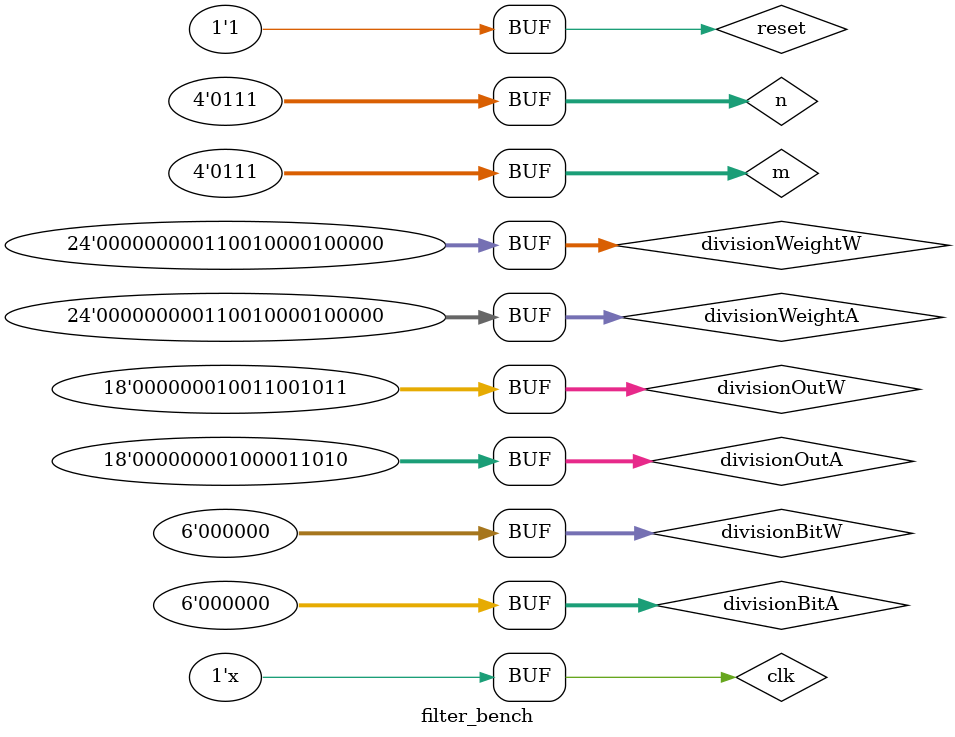
<source format=v>
`timescale 1ns / 1ps


module filter_bench();
reg clk,reset;
reg [3:0] n,m;
reg [5:0] divisionBitA,divisionBitW;
reg [23:0] divisionWeightA,divisionWeightW;
reg [17:0] divisionOutA,divisionOutW;

wire [35:0] filterBit;         //1-bit
wire [179:0] filterWeight;    //5-bit
wire [215:0] filterOut;      //6-bit
wire [35:0] drop;            //1-bit

filter_matrix filter_matrix1(
    .clk(clk),
    .reset(reset),
    .n(n),
    .m(m),
    .divisionBitA(divisionBitA),
    .divisionBitW(divisionBitW),
    .divisionWeightA(divisionWeightA),
    .divisionWeightW(divisionWeightW),
    .divisionOutA(divisionOutA),
    .divisionOutW(divisionOutW),
    .filterBit(filterBit),
    .filterWeight(filterWeight),
    .filterOut(filterOut),
    .drop(drop)
);


initial clk=1;
always #1 clk<=~clk;

initial
begin 
     //8-bit
     //A: 01001110          B: 10110110
     reset<=1'b0;  n<=4'b0111;  m<=4'b0111;   
     divisionBitA<=6'b0000_00;     divisionWeightA<=24'b0000_0000_0110_0100_0010_0000;     divisionOutA<=18'b000_000_001_000_011_010;
     divisionBitW<=6'b000_000;     divisionWeightW<=24'b0000_0000_0110_0100_0010_0000;     divisionOutW<=18'b000_000_010_011_001_011;
     #2 reset<=1'b1; 
     
end



endmodule

</source>
